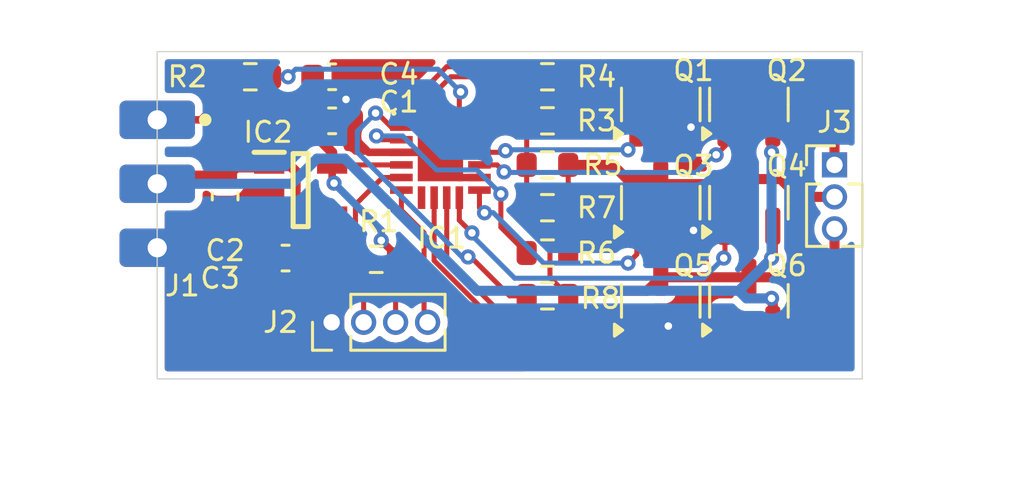
<source format=kicad_pcb>
(kicad_pcb (version 20240108) (generator "pcbnew") (generator_version "8.0")
  (layers (0 "F.Cu" signal) (31 "B.Cu" signal) (34 "B.Paste" user) (35 "F.Paste" user) (36 "B.SilkS" user "B.Silkscreen") (37 "F.SilkS" user "F.Silkscreen") (38 "B.Mask" user) (39 "F.Mask" user) (44 "Edge.Cuts" user))
  (net 0 "")
  (net 1 "GND")
  (net 2 "+3.3V")
  (net 3 "VDC")
  (net 4 "Net-(IC2-NR)")
  (net 6 "/MUX_A")
  (net 7 "/COM_B")
  (net 9 "/COM_C")
  (net 10 "/PWM_B")
  (net 11 "/MUX_B")
  (net 12 "/PWM_A")
  (net 14 "/PWM_C")
  (net 15 "/BL_TX2")
  (net 16 "/MUX_C")
  (net 17 "/COM_A")
  (net 18 "Net-(IC1-P0.5)")
  (net 19 "/C2CK")
  (net 20 "/COMP_COM")
  (net 21 "/C2D")
  (net 22 "/RC_IN")
  (net 23 "Net-(J3-Pin_2)")
  (net 24 "Net-(J3-Pin_1)")
  (net 25 "Net-(J3-Pin_3)")
  (footprint "Capacitor_SMD:C_0603_1608Metric" (layer "F.Cu") (at 120.25 98.5)
    (property "Reference" "C4" (at 2.65 -0.1 0) (layer "F.SilkS") (effects (font (size 0.8 0.8) (thickness 0.12))))
    (property "Value" "10uF")
    (fp_line (start -0.14058 -0.51) (end 0.14058 -0.51) (stroke (width 0.12)) (layer "F.SilkS"))
    (fp_line (start -0.14058 0.51) (end 0.14058 0.51) (stroke (width 0.12)) (layer "F.SilkS"))
    (pad "1" smd roundrect (at -0.775 0) (size 0.9 0.95) (layers "F.Cu" "F.Paste" "F.Mask") (net 2 "+3.3V"))
    (pad "2" smd roundrect (at 0.775 0) (size 0.9 0.95) (layers "F.Cu" "F.Paste" "F.Mask") (net 1 "GND"))
  )
  (footprint "footprint_blheli:HEADER_1x03_2.54mm_CASTELLATED" (layer "F.Cu") (at 113.3035 102.75)
    (property "Reference" "J1" (at 0.9965 4.05 0) (layer "F.SilkS") (effects (font (size 0.8 0.8) (thickness 0.12))))
    (property "Value" "Conn_01x03_Pin")
    (fp_circle (center 1.905 -2.54) (end 2.055 -2.54) (stroke (width 0.2)) (fill solid) (layer "F.SilkS"))
    (pad "1" thru_hole roundrect (at 0 -2.54) (size 3 1.524) (drill 0.762) (property pad_prop_castellated) (layers "*.Cu" "*.Mask") (roundrect_rratio 0.1640419948) (net 22 "/RC_IN"))
    (pad "2" thru_hole roundrect (at 0 0) (size 3 1.524) (drill 0.762) (layers "*.Cu" "*.Mask") (roundrect_rratio 0.1640419948) (net 3 "VDC"))
    (pad "3" thru_hole roundrect (at 0 2.54) (size 3 1.524) (drill 0.762) (layers "*.Cu" "*.Mask") (roundrect_rratio 0.1640419948) (net 1 "GND"))
  )
  (footprint "Package_TO_SOT_SMD:SOT-23" (layer "F.Cu") (at 136.8 107.4 90)
    (property "Reference" "Q6" (at 1.4 1.5 180) (layer "F.SilkS") (effects (font (size 0.8 0.8) (thickness 0.12))))
    (property "Value" "DMN2058U")
    (fp_line (start 0 -1.56) (end 0.65 -1.56) (stroke (width 0.12)) (layer "F.SilkS"))
    (fp_line (start 0 -1.56) (end -0.65 -1.56) (stroke (width 0.12)) (layer "F.SilkS"))
    (fp_line (start 0 1.56) (end 0.65 1.56) (stroke (width 0.12)) (layer "F.SilkS"))
    (fp_line (start 0 1.56) (end -0.65 1.56) (stroke (width 0.12)) (layer "F.SilkS"))
    (fp_poly (pts (xy -1.1625 -1.51) (xy -1.4025 -1.84) (xy -0.9225 -1.84) (xy -1.1625 -1.51)) (stroke (width 0.12)) (fill solid) (layer "F.SilkS"))
    (pad "1" smd roundrect (at -0.9375 -0.95 90) (size 1.475 0.6) (layers "F.Cu" "F.Paste" "F.Mask") (net 9 "/COM_C"))
    (pad "2" smd roundrect (at -0.9375 0.95 90) (size 1.475 0.6) (layers "F.Cu" "F.Paste" "F.Mask") (net 3 "VDC"))
    (pad "3" smd roundrect (at 0.9375 0 90) (size 1.475 0.6) (layers "F.Cu" "F.Paste" "F.Mask") (net 25 "Net-(J3-Pin_3)"))
  )
  (footprint "Resistor_SMD:R_0603_1608Metric" (layer "F.Cu") (at 128.8 105.5)
    (property "Reference" "R6" (at 1.95 0 0) (layer "F.SilkS") (effects (font (size 0.8 0.8) (thickness 0.12))))
    (property "Value" "10K")
    (fp_line (start -0.237258 -0.5225) (end 0.237258 -0.5225) (stroke (width 0.12)) (layer "F.SilkS"))
    (fp_line (start -0.237258 0.5225) (end 0.237258 0.5225) (stroke (width 0.12)) (layer "F.SilkS"))
    (pad "1" smd roundrect (at -0.825 0) (size 0.8 0.95) (layers "F.Cu" "F.Paste" "F.Mask") (net 11 "/MUX_B"))
    (pad "2" smd roundrect (at 0.825 0) (size 0.8 0.95) (layers "F.Cu" "F.Paste" "F.Mask") (net 23 "Net-(J3-Pin_2)"))
  )
  (footprint "Resistor_SMD:R_0603_1608Metric" (layer "F.Cu") (at 128.8 107.2)
    (property "Reference" "R8" (at 2.1 0.1 0) (layer "F.SilkS") (effects (font (size 0.8 0.8) (thickness 0.12))))
    (property "Value" "10K")
    (fp_line (start -0.237258 -0.5225) (end 0.237258 -0.5225) (stroke (width 0.12)) (layer "F.SilkS"))
    (fp_line (start -0.237258 0.5225) (end 0.237258 0.5225) (stroke (width 0.12)) (layer "F.SilkS"))
    (pad "1" smd roundrect (at -0.825 0) (size 0.8 0.95) (layers "F.Cu" "F.Paste" "F.Mask") (net 16 "/MUX_C"))
    (pad "2" smd roundrect (at 0.825 0) (size 0.8 0.95) (layers "F.Cu" "F.Paste" "F.Mask") (net 25 "Net-(J3-Pin_3)"))
  )
  (footprint "Capacitor_SMD:C_0603_1608Metric" (layer "F.Cu") (at 116 103.25 -90)
    (property "Reference" "C2" (at 2.15 0 180) (layer "F.SilkS") (effects (font (size 0.8 0.8) (thickness 0.12))))
    (property "Value" "10uF")
    (fp_line (start -0.14058 0.51) (end 0.14058 0.51) (stroke (width 0.12)) (layer "F.SilkS"))
    (fp_line (start -0.14058 -0.51) (end 0.14058 -0.51) (stroke (width 0.12)) (layer "F.SilkS"))
    (pad "1" smd roundrect (at -0.775 0 270) (size 0.9 0.95) (layers "F.Cu" "F.Paste" "F.Mask") (net 3 "VDC"))
    (pad "2" smd roundrect (at 0.775 0 270) (size 0.9 0.95) (layers "F.Cu" "F.Paste" "F.Mask") (net 1 "GND"))
  )
  (footprint "Capacitor_SMD:C_0603_1608Metric" (layer "F.Cu") (at 120.25 100.25)
    (property "Reference" "C1" (at 2.65 -0.75 0) (layer "F.SilkS") (effects (font (size 0.8 0.8) (thickness 0.12))))
    (property "Value" "100nF")
    (fp_line (start -0.14058 -0.51) (end 0.14058 -0.51) (stroke (width 0.12)) (layer "F.SilkS"))
    (fp_line (start -0.14058 0.51) (end 0.14058 0.51) (stroke (width 0.12)) (layer "F.SilkS"))
    (pad "1" smd roundrect (at -0.775 0) (size 0.9 0.95) (layers "F.Cu" "F.Paste" "F.Mask") (net 2 "+3.3V"))
    (pad "2" smd roundrect (at 0.775 0) (size 0.9 0.95) (layers "F.Cu" "F.Paste" "F.Mask") (net 1 "GND"))
  )
  (footprint "Capacitor_SMD:C_0603_1608Metric" (layer "F.Cu") (at 118.4 105.7 180)
    (property "Reference" "C3" (at 2.6 -0.8 0) (layer "F.SilkS") (effects (font (size 0.8 0.8) (thickness 0.12))))
    (property "Value" "10nF")
    (fp_line (start -0.14058 0.51) (end 0.14058 0.51) (stroke (width 0.12)) (layer "F.SilkS"))
    (fp_line (start -0.14058 -0.51) (end 0.14058 -0.51) (stroke (width 0.12)) (layer "F.SilkS"))
    (pad "1" smd roundrect (at -0.775 0 180) (size 0.9 0.95) (layers "F.Cu" "F.Paste" "F.Mask") (net 4 "Net-(IC2-NR)"))
    (pad "2" smd roundrect (at 0.775 0 180) (size 0.9 0.95) (layers "F.Cu" "F.Paste" "F.Mask") (net 1 "GND"))
  )
  (footprint "footprint_blheli:CP2102NA02GQFN20" (layer "F.Cu") (at 124.55 101.75)
    (property "Reference" "IC1" (at 0.05 3.15 0) (layer "F.SilkS") (effects (font (size 0.8 0.8) (thickness 0.12))))
    (property "Value" "EFM8BB21F16G-C-QFN20" (hide yes))
    (fp_line (start -1.9 -1.8) (end -1.9 -1.8) (stroke (width 0.1)) (layer "F.SilkS"))
    (fp_line (start -1.8 -1.8) (end -1.8 -1.8) (stroke (width 0.1)) (layer "F.SilkS"))
    (fp_arc (start -1.9 -1.8) (mid -1.85 -1.85) (end -1.8 -1.8) (stroke (width 0.1)) (layer "F.SilkS"))
    (fp_arc (start -1.8 -1.8) (mid -1.85 -1.75) (end -1.9 -1.8) (stroke (width 0.1)) (layer "F.SilkS"))
    (pad "1" smd rect (at -1.55 -1.25 90) (size 0.3 0.9) (layers "F.Cu" "F.Paste" "F.Mask") (net 16 "/MUX_C"))
    (pad "2" smd rect (at -1.55 -0.75 90) (size 0.3 0.9) (layers "F.Cu" "F.Paste" "F.Mask") (net 11 "/MUX_B"))
    (pad "3" smd rect (at -1.55 -0.25 90) (size 0.3 0.9) (layers "F.Cu" "F.Paste" "F.Mask") (net 1 "GND"))
    (pad "4" smd rect (at -1.55 0.25 90) (size 0.3 0.9) (layers "F.Cu" "F.Paste" "F.Mask") (net 2 "+3.3V"))
    (pad "5" smd rect (at -1.55 0.75 90) (size 0.3 0.9) (layers "F.Cu" "F.Paste" "F.Mask") (net 19 "/C2CK"))
    (pad "6" smd rect (at -1.55 1.25 90) (size 0.3 0.9) (layers "F.Cu" "F.Paste" "F.Mask") (net 21 "/C2D"))
    (pad "7" smd rect (at -0.75 1.55) (size 0.3 0.9) (layers "F.Cu" "F.Paste" "F.Mask"))
    (pad "8" smd rect (at -0.25 1.55) (size 0.3 0.9) (layers "F.Cu" "F.Paste" "F.Mask") (net 9 "/COM_C"))
    (pad "9" smd rect (at 0.25 1.55) (size 0.3 0.9) (layers "F.Cu" "F.Paste" "F.Mask") (net 14 "/PWM_C"))
    (pad "10" smd rect (at 0.75 1.55) (size 0.3 0.9) (layers "F.Cu" "F.Paste" "F.Mask") (net 7 "/COM_B"))
    (pad "11" smd rect (at 1.55 1.25 90) (size 0.3 0.9) (layers "F.Cu" "F.Paste" "F.Mask") (net 10 "/PWM_B"))
    (pad "12" smd rect (at 1.55 0.75 90) (size 0.3 0.9) (layers "F.Cu" "F.Paste" "F.Mask") (net 1 "GND"))
    (pad "13" smd rect (at 1.55 0.25 90) (size 0.3 0.9) (layers "F.Cu" "F.Paste" "F.Mask") (net 17 "/COM_A"))
    (pad "14" smd rect (at 1.55 -0.25 90) (size 0.3 0.9) (layers "F.Cu" "F.Paste" "F.Mask") (net 12 "/PWM_A"))
    (pad "15" smd rect (at 1.55 -0.75 90) (size 0.3 0.9) (layers "F.Cu" "F.Paste" "F.Mask"))
    (pad "16" smd rect (at 1.55 -1.25 90) (size 0.3 0.9) (layers "F.Cu" "F.Paste" "F.Mask"))
    (pad "17" smd rect (at 0.75 -1.55) (size 0.3 0.9) (layers "F.Cu" "F.Paste" "F.Mask") (net 18 "Net-(IC1-P0.5)"))
    (pad "18" smd rect (at 0.25 -1.55) (size 0.3 0.9) (layers "F.Cu" "F.Paste" "F.Mask") (net 15 "/BL_TX2"))
    (pad "19" smd rect (at -0.25 -1.55) (size 0.3 0.9) (layers "F.Cu" "F.Paste" "F.Mask") (net 20 "/COMP_COM"))
    (pad "20" smd rect (at -0.75 -1.55) (size 0.3 0.9) (layers "F.Cu" "F.Paste" "F.Mask") (net 6 "/MUX_A"))
    (pad "21" smd rect (at 0 0) (size 1.8 1.8) (layers "F.Cu" "F.Paste" "F.Mask") (net 1 "GND"))
  )
  (footprint "Resistor_SMD:R_0603_1608Metric" (layer "F.Cu") (at 128.8 100.25 180)
    (property "Reference" "R3" (at -1.95 0 0) (layer "F.SilkS") (effects (font (size 0.8 0.8) (thickness 0.12))))
    (property "Value" "1K")
    (fp_line (start -0.237258 0.5225) (end 0.237258 0.5225) (stroke (width 0.12)) (layer "F.SilkS"))
    (fp_line (start -0.237258 -0.5225) (end 0.237258 -0.5225) (stroke (width 0.12)) (layer "F.SilkS"))
    (pad "1" smd roundrect (at -0.825 0 180) (size 0.8 0.95) (layers "F.Cu" "F.Paste" "F.Mask") (net 24 "Net-(J3-Pin_1)"))
    (pad "2" smd roundrect (at 0.825 0 180) (size 0.8 0.95) (layers "F.Cu" "F.Paste" "F.Mask") (net 20 "/COMP_COM"))
  )
  (footprint "Resistor_SMD:R_0603_1608Metric" (layer "F.Cu") (at 128.8 102 180)
    (property "Reference" "R5" (at -2.2 0 0) (layer "F.SilkS") (effects (font (size 0.8 0.8) (thickness 0.12))))
    (property "Value" "1K")
    (fp_line (start -0.237258 0.5225) (end 0.237258 0.5225) (stroke (width 0.12)) (layer "F.SilkS"))
    (fp_line (start -0.237258 -0.5225) (end 0.237258 -0.5225) (stroke (width 0.12)) (layer "F.SilkS"))
    (pad "1" smd roundrect (at -0.825 0 180) (size 0.8 0.95) (layers "F.Cu" "F.Paste" "F.Mask") (net 23 "Net-(J3-Pin_2)"))
    (pad "2" smd roundrect (at 0.825 0 180) (size 0.8 0.95) (layers "F.Cu" "F.Paste" "F.Mask") (net 20 "/COMP_COM"))
  )
  (footprint "footprint_blheli:SOT95P280X145-5N" (layer "F.Cu") (at 119 103)
    (property "Reference" "IC2" (at -1.3 -2.3 0) (layer "F.SilkS") (effects (font (size 0.8 0.8) (thickness 0.12))))
    (property "Value" "REG113NA-3.3_250" (hide yes))
    (fp_line (start -1.85 -1.5) (end -0.65 -1.5) (stroke (width 0.2)) (layer "F.SilkS"))
    (fp_line (start -0.3 -1.45) (end 0.3 -1.45) (stroke (width 0.2)) (layer "F.SilkS"))
    (fp_line (start -0.3 1.45) (end -0.3 -1.45) (stroke (width 0.2)) (layer "F.SilkS"))
    (fp_line (start 0.3 -1.45) (end 0.3 1.45) (stroke (width 0.2)) (layer "F.SilkS"))
    (fp_line (start 0.3 1.45) (end -0.3 1.45) (stroke (width 0.2)) (layer "F.SilkS"))
    (pad "1" smd rect (at -1.25 -0.95 90) (size 0.6 1.2) (layers "F.Cu" "F.Paste" "F.Mask") (net 3 "VDC"))
    (pad "2" smd rect (at -1.25 0 90) (size 0.6 1.2) (layers "F.Cu" "F.Paste" "F.Mask") (net 1 "GND"))
    (pad "3" smd rect (at -1.25 0.95 90) (size 0.6 1.2) (layers "F.Cu" "F.Paste" "F.Mask") (net 3 "VDC"))
    (pad "4" smd rect (at 1.25 0.95 90) (size 0.6 1.2) (layers "F.Cu" "F.Paste" "F.Mask") (net 4 "Net-(IC2-NR)"))
    (pad "5" smd rect (at 1.25 -0.95 90) (size 0.6 1.2) (layers "F.Cu" "F.Paste" "F.Mask") (net 2 "+3.3V"))
  )
  (footprint "Resistor_SMD:R_0603_1608Metric" (layer "F.Cu") (at 128.8 103.7 180)
    (property "Reference" "R7" (at -1.95 0 0) (layer "F.SilkS") (effects (font (size 0.8 0.8) (thickness 0.12))))
    (property "Value" "1K")
    (fp_line (start -0.237258 0.5225) (end 0.237258 0.5225) (stroke (width 0.12)) (layer "F.SilkS"))
    (fp_line (start -0.237258 -0.5225) (end 0.237258 -0.5225) (stroke (width 0.12)) (layer "F.SilkS"))
    (pad "1" smd roundrect (at -0.825 0 180) (size 0.8 0.95) (layers "F.Cu" "F.Paste" "F.Mask") (net 25 "Net-(J3-Pin_3)"))
    (pad "2" smd roundrect (at 0.825 0 180) (size 0.8 0.95) (layers "F.Cu" "F.Paste" "F.Mask") (net 20 "/COMP_COM"))
  )
  (footprint "Connector_PinHeader_1.27mm:PinHeader_1x04_P1.27mm_Vertical" (layer "F.Cu") (at 120.23 108.25 90)
    (property "Reference" "J2" (at 0 -2.03 180) (layer "F.SilkS") (effects (font (size 0.8 0.8) (thickness 0.12))))
    (property "Value" "Conn_01x04_Pin")
    (fp_line (start -1.11 -0.76) (end 0 -0.76) (stroke (width 0.12)) (layer "F.SilkS"))
    (fp_line (start -1.11 0) (end -1.11 -0.76) (stroke (width 0.12)) (layer "F.SilkS"))
    (fp_line (start 1.11 0.76) (end 1.11 4.505) (stroke (width 0.12)) (layer "F.SilkS"))
    (fp_line (start 0.563471 0.76) (end 1.11 0.76) (stroke (width 0.12)) (layer "F.SilkS"))
    (fp_line (start -1.11 0.76) (end -0.563471 0.76) (stroke (width 0.12)) (layer "F.SilkS"))
    (fp_line (start -1.11 0.76) (end -1.11 4.505) (stroke (width 0.12)) (layer "F.SilkS"))
    (fp_line (start 0.30753 4.505) (end 1.11 4.505) (stroke (width 0.12)) (layer "F.SilkS"))
    (fp_line (start -1.11 4.505) (end -0.30753 4.505) (stroke (width 0.12)) (layer "F.SilkS"))
    (pad "1" thru_hole rect (at 0 0 90) (size 1 1) (drill 0.65) (layers "*.Cu" "*.Mask") (net 1 "GND"))
    (pad "2" thru_hole oval (at 0 1.27 90) (size 1 1) (drill 0.65) (layers "*.Cu" "*.Mask") (net 19 "/C2CK"))
    (pad "3" thru_hole oval (at 0 2.54 90) (size 1 1) (drill 0.65) (layers "*.Cu" "*.Mask") (net 2 "+3.3V"))
    (pad "4" thru_hole oval (at 0 3.81 90) (size 1 1) (drill 0.65) (layers "*.Cu" "*.Mask") (net 21 "/C2D"))
  )
  (footprint "Package_TO_SOT_SMD:SOT-23" (layer "F.Cu") (at 136.8 103.5 90)
    (property "Reference" "Q4" (at 1.45 1.5 180) (layer "F.SilkS") (effects (font (size 0.8 0.8) (thickness 0.12))))
    (property "Value" "DMN2058U")
    (fp_line (start 0 -1.56) (end 0.65 -1.56) (stroke (width 0.12)) (layer "F.SilkS"))
    (fp_line (start 0 -1.56) (end -0.65 -1.56) (stroke (width 0.12)) (layer "F.SilkS"))
    (fp_line (start 0 1.56) (end 0.65 1.56) (stroke (width 0.12)) (layer "F.SilkS"))
    (fp_line (start 0 1.56) (end -0.65 1.56) (stroke (width 0.12)) (layer "F.SilkS"))
    (fp_poly (pts (xy -1.1625 -1.51) (xy -1.4025 -1.84) (xy -0.9225 -1.84) (xy -1.1625 -1.51)) (stroke (width 0.12)) (fill solid) (layer "F.SilkS"))
    (pad "1" smd roundrect (at -0.9375 -0.95 90) (size 1.475 0.6) (layers "F.Cu" "F.Paste" "F.Mask") (net 7 "/COM_B"))
    (pad "2" smd roundrect (at -0.9375 0.95 90) (size 1.475 0.6) (layers "F.Cu" "F.Paste" "F.Mask") (net 3 "VDC"))
    (pad "3" smd roundrect (at 0.9375 0 90) (size 1.475 0.6) (layers "F.Cu" "F.Paste" "F.Mask") (net 23 "Net-(J3-Pin_2)"))
  )
  (footprint "Package_TO_SOT_SMD:SOT-23" (layer "F.Cu") (at 133.3 99.6 90)
    (property "Reference" "Q1" (at 1.35 1.3 180) (layer "F.SilkS") (effects (font (size 0.8 0.8) (thickness 0.12))))
    (property "Value" "DMN2058U")
    (fp_line (start 0 -1.56) (end 0.65 -1.56) (stroke (width 0.12)) (layer "F.SilkS"))
    (fp_line (start 0 -1.56) (end -0.65 -1.56) (stroke (width 0.12)) (layer "F.SilkS"))
    (fp_line (start 0 1.56) (end 0.65 1.56) (stroke (width 0.12)) (layer "F.SilkS"))
    (fp_line (start 0 1.56) (end -0.65 1.56) (stroke (width 0.12)) (layer "F.SilkS"))
    (fp_poly (pts (xy -1.1625 -1.51) (xy -1.4025 -1.84) (xy -0.9225 -1.84) (xy -1.1625 -1.51)) (stroke (width 0.12)) (fill solid) (layer "F.SilkS"))
    (pad "1" smd roundrect (at -0.9375 -0.95 90) (size 1.475 0.6) (layers "F.Cu" "F.Paste" "F.Mask") (net 12 "/PWM_A"))
    (pad "2" smd roundrect (at -0.9375 0.95 90) (size 1.475 0.6) (layers "F.Cu" "F.Paste" "F.Mask") (net 1 "GND"))
    (pad "3" smd roundrect (at 0.9375 0 90) (size 1.475 0.6) (layers "F.Cu" "F.Paste" "F.Mask") (net 24 "Net-(J3-Pin_1)"))
  )
  (footprint "Connector_PinHeader_1.27mm:PinHeader_1x03_P1.27mm_Vertical" (layer "F.Cu") (at 140.2 102)
    (property "Reference" "J3" (at 0 -1.695 0) (layer "F.SilkS") (effects (font (size 0.8 0.8) (thickness 0.12))))
    (property "Value" "Conn_01x03_Socket")
    (fp_line (start -1.11 -0.76) (end 0 -0.76) (stroke (width 0.12)) (layer "F.SilkS"))
    (fp_line (start -1.11 0) (end -1.11 -0.76) (stroke (width 0.12)) (layer "F.SilkS"))
    (fp_line (start -1.11 0.76) (end -1.11 3.235) (stroke (width 0.12)) (layer "F.SilkS"))
    (fp_line (start -1.11 0.76) (end -0.563471 0.76) (stroke (width 0.12)) (layer "F.SilkS"))
    (fp_line (start -1.11 3.235) (end -0.30753 3.235) (stroke (width 0.12)) (layer "F.SilkS"))
    (fp_line (start 0.30753 3.235) (end 1.11 3.235) (stroke (width 0.12)) (layer "F.SilkS"))
    (fp_line (start 0.563471 0.76) (end 1.11 0.76) (stroke (width 0.12)) (layer "F.SilkS"))
    (fp_line (start 1.11 0.76) (end 1.11 3.235) (stroke (width 0.12)) (layer "F.SilkS"))
    (pad "1" thru_hole rect (at 0 0) (size 1 1) (drill 0.65) (layers "*.Cu" "*.Mask") (net 24 "Net-(J3-Pin_1)"))
    (pad "2" thru_hole oval (at 0 1.27) (size 1 1) (drill 0.65) (layers "*.Cu" "*.Mask") (net 23 "Net-(J3-Pin_2)"))
    (pad "3" thru_hole oval (at 0 2.54) (size 1 1) (drill 0.65) (layers "*.Cu" "*.Mask") (net 25 "Net-(J3-Pin_3)"))
  )
  (footprint "Package_TO_SOT_SMD:SOT-23" (layer "F.Cu") (at 133.3 103.5 90)
    (property "Reference" "Q3" (at 1.45 1.3 180) (layer "F.SilkS") (effects (font (size 0.8 0.8) (thickness 0.12))))
    (property "Value" "DMN2058U")
    (fp_line (start 0 -1.56) (end 0.65 -1.56) (stroke (width 0.12)) (layer "F.SilkS"))
    (fp_line (start 0 -1.56) (end -0.65 -1.56) (stroke (width 0.12)) (layer "F.SilkS"))
    (fp_line (start 0 1.56) (end 0.65 1.56) (stroke (width 0.12)) (layer "F.SilkS"))
    (fp_line (start 0 1.56) (end -0.65 1.56) (stroke (width 0.12)) (layer "F.SilkS"))
    (fp_poly (pts (xy -1.1625 -1.51) (xy -1.4025 -1.84) (xy -0.9225 -1.84) (xy -1.1625 -1.51)) (stroke (width 0.12)) (fill solid) (layer "F.SilkS"))
    (pad "1" smd roundrect (at -0.9375 -0.95 90) (size 1.475 0.6) (layers "F.Cu" "F.Paste" "F.Mask") (net 10 "/PWM_B"))
    (pad "2" smd roundrect (at -0.9375 0.95 90) (size 1.475 0.6) (layers "F.Cu" "F.Paste" "F.Mask") (net 1 "GND"))
    (pad "3" smd roundrect (at 0.9375 0 90) (size 1.475 0.6) (layers "F.Cu" "F.Paste" "F.Mask") (net 23 "Net-(J3-Pin_2)"))
  )
  (footprint "Resistor_SMD:R_0603_1608Metric" (layer "F.Cu") (at 128.8 98.5)
    (property "Reference" "R4" (at 1.95 0 0) (layer "F.SilkS") (effects (font (size 0.8 0.8) (thickness 0.12))))
    (property "Value" "10K")
    (fp_line (start -0.237258 -0.5225) (end 0.237258 -0.5225) (stroke (width 0.12)) (layer "F.SilkS"))
    (fp_line (start -0.237258 0.5225) (end 0.237258 0.5225) (stroke (width 0.12)) (layer "F.SilkS"))
    (pad "1" smd roundrect (at -0.825 0) (size 0.8 0.95) (layers "F.Cu" "F.Paste" "F.Mask") (net 6 "/MUX_A"))
    (pad "2" smd roundrect (at 0.825 0) (size 0.8 0.95) (layers "F.Cu" "F.Paste" "F.Mask") (net 24 "Net-(J3-Pin_1)"))
  )
  (footprint "Resistor_SMD:R_0603_1608Metric" (layer "F.Cu") (at 117 98.5 180)
    (property "Reference" "R2" (at 2.5 0 0) (layer "F.SilkS") (effects (font (size 0.8 0.8) (thickness 0.12))))
    (property "Value" "470R")
    (fp_line (start -0.237258 0.5225) (end 0.237258 0.5225) (stroke (width 0.12)) (layer "F.SilkS"))
    (fp_line (start -0.237258 -0.5225) (end 0.237258 -0.5225) (stroke (width 0.12)) (layer "F.SilkS"))
    (pad "1" smd roundrect (at -0.825 0 180) (size 0.8 0.95) (layers "F.Cu" "F.Paste" "F.Mask") (net 18 "Net-(IC1-P0.5)"))
    (pad "2" smd roundrect (at 0.825 0 180) (size 0.8 0.95) (layers "F.Cu" "F.Paste" "F.Mask") (net 22 "/RC_IN"))
  )
  (footprint "Package_TO_SOT_SMD:SOT-23" (layer "F.Cu") (at 133.3 107.4 90)
    (property "Reference" "Q5" (at 1.4 1.3 180) (layer "F.SilkS") (effects (font (size 0.8 0.8) (thickness 0.12))))
    (property "Value" "DMN2058U")
    (fp_line (start 0 -1.56) (end 0.65 -1.56) (stroke (width 0.12)) (layer "F.SilkS"))
    (fp_line (start 0 -1.56) (end -0.65 -1.56) (stroke (width 0.12)) (layer "F.SilkS"))
    (fp_line (start 0 1.56) (end 0.65 1.56) (stroke (width 0.12)) (layer "F.SilkS"))
    (fp_line (start 0 1.56) (end -0.65 1.56) (stroke (width 0.12)) (layer "F.SilkS"))
    (fp_poly (pts (xy -1.1625 -1.51) (xy -1.4025 -1.84) (xy -0.9225 -1.84) (xy -1.1625 -1.51)) (stroke (width 0.12)) (fill solid) (layer "F.SilkS"))
    (pad "1" smd roundrect (at -0.9375 -0.95 90) (size 1.475 0.6) (layers "F.Cu" "F.Paste" "F.Mask") (net 14 "/PWM_C"))
    (pad "2" smd roundrect (at -0.9375 0.95 90) (size 1.475 0.6) (layers "F.Cu" "F.Paste" "F.Mask") (net 1 "GND"))
    (pad "3" smd roundrect (at 0.9375 0 90) (size 1.475 0.6) (layers "F.Cu" "F.Paste" "F.Mask") (net 25 "Net-(J3-Pin_3)"))
  )
  (footprint "Package_TO_SOT_SMD:SOT-23" (layer "F.Cu") (at 136.8 99.6 90)
    (property "Reference" "Q2" (at 1.35 1.5 180) (layer "F.SilkS") (effects (font (size 0.8 0.8) (thickness 0.12))))
    (property "Value" "DMN2058U")
    (fp_line (start 0 -1.56) (end 0.65 -1.56) (stroke (width 0.12)) (layer "F.SilkS"))
    (fp_line (start 0 -1.56) (end -0.65 -1.56) (stroke (width 0.12)) (layer "F.SilkS"))
    (fp_line (start 0 1.56) (end 0.65 1.56) (stroke (width 0.12)) (layer "F.SilkS"))
    (fp_line (start 0 1.56) (end -0.65 1.56) (stroke (width 0.12)) (layer "F.SilkS"))
    (fp_poly (pts (xy -1.1625 -1.51) (xy -1.4025 -1.84) (xy -0.9225 -1.84) (xy -1.1625 -1.51)) (stroke (width 0.12)) (fill solid) (layer "F.SilkS"))
    (pad "1" smd roundrect (at -0.9375 -0.95 90) (size 1.475 0.6) (layers "F.Cu" "F.Paste" "F.Mask") (net 17 "/COM_A"))
    (pad "2" smd roundrect (at -0.9375 0.95 90) (size 1.475 0.6) (layers "F.Cu" "F.Paste" "F.Mask") (net 3 "VDC"))
    (pad "3" smd roundrect (at 0.9375 0 90) (size 1.475 0.6) (layers "F.Cu" "F.Paste" "F.Mask") (net 24 "Net-(J3-Pin_1)"))
  )
  (footprint "Resistor_SMD:R_0603_1608Metric" (layer "F.Cu") (at 122 105.75 180)
    (property "Reference" "R1" (at -0.1 1.5 0) (layer "F.SilkS") (effects (font (size 0.8 0.8) (thickness 0.12))))
    (property "Value" "1K")
    (fp_line (start -0.237258 0.5225) (end 0.237258 0.5225) (stroke (width 0.12)) (layer "F.SilkS"))
    (fp_line (start -0.237258 -0.5225) (end 0.237258 -0.5225) (stroke (width 0.12)) (layer "F.SilkS"))
    (pad "1" smd roundrect (at -0.825 0 180) (size 0.8 0.95) (layers "F.Cu" "F.Paste" "F.Mask") (net 2 "+3.3V"))
    (pad "2" smd roundrect (at 0.825 0 180) (size 0.8 0.95) (layers "F.Cu" "F.Paste" "F.Mask") (net 19 "/C2CK"))
  )
  (gr_line (start 141.3 110.5) (end 113.3 110.5) (stroke (width 0.05)) (layer "Edge.Cuts"))
  (gr_line (start 113.3 110.5) (end 113.3 97.5) (stroke (width 0.05)) (layer "Edge.Cuts"))
  (gr_line (start 113.3 97.5) (end 141.3 97.5) (stroke (width 0.05)) (layer "Edge.Cuts"))
  (gr_line (start 141.3 97.5) (end 141.3 110.5) (stroke (width 0.05)) (layer "Edge.Cuts"))
  (segment (start 133.6 108.4) (end 134.1875 108.4) (width 0.3) (layer "F.Cu") (net 1))
  (segment (start 125.3 102.5) (end 124.55 101.75) (width 0.3) (layer "F.Cu") (net 1))
  (segment (start 121.025 99.625) (end 120.8 99.4) (width 0.3) (layer "F.Cu") (net 1))
  (segment (start 134.2875 100.5) (end 134.5 100.5) (width 0.4) (layer "F.Cu") (net 1))
  (segment (start 121.025 100.25) (end 121.025 99.625) (width 0.3) (layer "F.Cu") (net 1))
  (segment (start 121.025 100.825) (end 121.025 100.25) (width 0.3) (layer "F.Cu") (net 1))
  (segment (start 123 101.5) (end 124.3 101.5) (width 0.3) (layer "F.Cu") (net 1))
  (segment (start 124.3 101.5) (end 124.55 101.75) (width 0.3) (layer "F.Cu") (net 1))
  (segment (start 121.7 101.5) (end 121.025 100.825) (width 0.3) (layer "F.Cu") (net 1))
  (segment (start 126.1 102.5) (end 125.3 102.5) (width 0.3) (layer "F.Cu") (net 1))
  (segment (start 134.4125 104.6) (end 134.6 104.6) (width 0.3) (layer "F.Cu") (net 1))
  (segment (start 134.25 100.5375) (end 134.2875 100.5) (width 0.4) (layer "F.Cu") (net 1))
  (segment (start 134.1875 108.4) (end 134.25 108.3375) (width 0.3) (layer "F.Cu") (net 1))
  (segment (start 123 101.5) (end 121.7 101.5) (width 0.3) (layer "F.Cu") (net 1))
  (segment (start 134.25 104.4375) (end 134.4125 104.6) (width 0.3) (layer "F.Cu") (net 1))
  (via (at 120.8 99.4) (size 0.6) (drill 0.3) (layers "F.Cu" "B.Cu") (net 1))
  (via (at 134.5 100.5) (size 0.6) (drill 0.3) (layers "F.Cu" "B.Cu") (net 1))
  (via (at 133.6 108.4) (size 0.6) (drill 0.3) (layers "F.Cu" "B.Cu") (net 1))
  (via (at 134.6 104.6) (size 0.6) (drill 0.3) (layers "F.Cu" "B.Cu") (net 1))
  (segment (start 120.25 102.65) (end 120.25 102.05) (width 0.3) (layer "F.Cu") (net 2))
  (segment (start 123 102) (end 120.3 102) (width 0.2) (layer "F.Cu") (net 2))
  (segment (start 122.2 105) (end 122.825 105.625) (width 0.3) (layer "F.Cu") (net 2))
  (segment (start 122.825 106.965) (end 122.825 105.75) (width 0.2) (layer "F.Cu") (net 2))
  (segment (start 122.825 105.625) (end 122.825 105.75) (width 0.3) (layer "F.Cu") (net 2))
  (segment (start 120.25 101.5) (end 120.25 102.05) (width 0.4) (layer "F.Cu") (net 2))
  (segment (start 120.3 102) (end 120.25 102.05) (width 0.2) (layer "F.Cu") (net 2))
  (segment (start 122.77 107.02) (end 122.825 106.965) (width 0.2) (layer "F.Cu") (net 2))
  (segment (start 119.475 100.725) (end 120.25 101.5) (width 0.4) (layer "F.Cu") (net 2))
  (segment (start 120.325 102.725) (end 120.25 102.65) (width 0.3) (layer "F.Cu") (net 2))
  (segment (start 119.475 98.5) (end 119.475 100.725) (width 0.4) (layer "F.Cu") (net 2))
  (segment (start 122.77 108.25) (end 122.77 107.02) (width 0.2) (layer "F.Cu") (net 2))
  (via (at 122.2 105) (size 0.6) (drill 0.3) (layers "F.Cu" "B.Cu") (net 2))
  (via (at 120.325 102.725) (size 0.6) (drill 0.3) (layers "F.Cu" "B.Cu") (net 2))
  (segment (start 120.325 102.725) (end 122.2 104.6) (width 0.3) (layer "B.Cu") (net 2))
  (segment (start 122.2 104.6) (end 122.2 105) (width 0.3) (layer "B.Cu") (net 2))
  (segment (start 117.75 102.05) (end 118.6 102.05) (width 0.4) (layer "F.Cu") (net 3))
  (segment (start 118.6 103.95) (end 117.75 103.95) (width 0.4) (layer "F.Cu") (net 3))
  (segment (start 137.7 107.3) (end 137.75 107.35) (width 0.4) (layer "F.Cu") (net 3))
  (segment (start 114.075 102.475) (end 113.8 102.75) (width 0.5) (layer "F.Cu") (net 3))
  (segment (start 118.8 103.75) (end 118.6 103.95) (width 0.4) (layer "F.Cu") (net 3))
  (segment (start 137.7 101.5) (end 137.7 100.5875) (width 0.4) (layer "F.Cu") (net 3))
  (segment (start 137.75 107.35) (end 137.75 108.3375) (width 0.4) (layer "F.Cu") (net 3))
  (segment (start 137.7 100.5875) (end 137.75 100.5375) (width 0.4) (layer "F.Cu") (net 3))
  (segment (start 118.8 102.25) (end 118.8 103.75) (width 0.4) (layer "F.Cu") (net 3))
  (segment (start 137.75 105.65) (end 137.75 104.4375) (width 0.4) (layer "F.Cu") (net 3))
  (segment (start 116 102.475) (end 114.075 102.475) (width 0.5) (layer "F.Cu") (net 3))
  (segment (start 137.7 105.7) (end 137.75 105.65) (width 0.4) (layer "F.Cu") (net 3))
  (segment (start 116.425 102.05) (end 117.75 102.05) (width 0.5) (layer "F.Cu") (net 3))
  (segment (start 116 102.475) (end 116.425 102.05) (width 0.5) (layer "F.Cu") (net 3))
  (segment (start 118.6 102.05) (end 118.8 102.25) (width 0.4) (layer "F.Cu") (net 3))
  (via (at 137.7 101.5) (size 0.6) (drill 0.3) (layers "F.Cu" "B.Cu") (net 3))
  (via (at 137.7 105.7) (size 0.6) (drill 0.3) (layers "F.Cu" "B.Cu") (net 3))
  (via (at 137.7 107.3) (size 0.6) (drill 0.3) (layers "F.Cu" "B.Cu") (net 3))
  (segment (start 136.4 107) (end 135.9 107) (width 0.4) (layer "B.Cu") (net 3))
  (segment (start 118.65 102.75) (end 113.75 102.75) (width 0.4) (layer "B.Cu") (net 3))
  (segment (start 136.7 107.3) (end 136.4 107) (width 0.4) (layer "B.Cu") (net 3))
  (segment (start 113.75 102.725) (end 113.725 102.75) (width 0.4) (layer "B.Cu") (net 3))
  (segment (start 119.65 101.75) (end 118.65 102.75) (width 0.4) (layer "B.Cu") (net 3))
  (segment (start 137.7 107.3) (end 136.7 107.3) (width 0.4) (layer "B.Cu") (net 3))
  (segment (start 113.725 102.75) (end 113.3035 102.75) (width 0.4) (layer "B.Cu") (net 3))
  (segment (start 137.7 105.7) (end 136.4 107) (width 0.4) (layer "B.Cu") (net 3))
  (segment (start 126 107) (end 120.75 101.75) (width 0.4) (layer "B.Cu") (net 3))
  (segment (start 137.7 105.7) (end 137.7 101.5) (width 0.4) (layer "B.Cu") (net 3))
  (segment (start 135.9 107) (end 126 107) (width 0.4) (layer "B.Cu") (net 3))
  (segment (start 120.75 101.75) (end 119.65 101.75) (width 0.4) (layer "B.Cu") (net 3))
  (segment (start 119.175 105.7) (end 119.175 104.425) (width 0.4) (layer "F.Cu") (net 4))
  (segment (start 119.175 104.425) (end 119.65 103.95) (width 0.4) (layer "F.Cu") (net 4))
  (segment (start 119.65 103.95) (end 120.25 103.95) (width 0.4) (layer "F.Cu") (net 4))
  (segment (start 123.8 99.1) (end 123.8 100.2) (width 0.2) (layer "F.Cu") (net 6))
  (segment (start 127.975 98.5) (end 127.2 98.5) (width 0.2) (layer "F.Cu") (net 6))
  (segment (start 127.2 98.5) (end 126.8 98.1) (width 0.2) (layer "F.Cu") (net 6))
  (segment (start 124.8 98.1) (end 123.8 99.1) (width 0.2) (layer "F.Cu") (net 6))
  (segment (start 126.8 98.1) (end 124.8 98.1) (width 0.2) (layer "F.Cu") (net 6))
  (segment (start 135.8 105.7) (end 135.85 105.65) (width 0.2) (layer "F.Cu") (net 7))
  (segment (start 135.85 105.65) (end 135.85 104.4375) (width 0.2) (layer "F.Cu") (net 7))
  (segment (start 125.8 104.7) (end 125.3 104.2) (width 0.2) (layer "F.Cu") (net 7))
  (segment (start 125.3 104.2) (end 125.3 103.3) (width 0.2) (layer "F.Cu") (net 7))
  (via (at 135.8 105.7) (size 0.6) (drill 0.3) (layers "F.Cu" "B.Cu") (net 7))
  (via (at 125.8 104.7) (size 0.6) (drill 0.3) (layers "F.Cu" "B.Cu") (net 7))
  (segment (start 125.8 104.8) (end 127.5 106.5) (width 0.2) (layer "B.Cu") (net 7))
  (segment (start 125.8 104.7) (end 125.8 104.8) (width 0.2) (layer "B.Cu") (net 7))
  (segment (start 135 106.5) (end 135.8 105.7) (width 0.2) (layer "B.Cu") (net 7))
  (segment (start 127.5 106.5) (end 135 106.5) (width 0.2) (layer "B.Cu") (net 7))
  (segment (start 128.4 109.9) (end 124.3 105.8) (width 0.2) (layer "F.Cu") (net 9))
  (segment (start 135.1 109.9) (end 128.4 109.9) (width 0.2) (layer "F.Cu") (net 9))
  (segment (start 124.3 105.8) (end 124.3 103.3) (width 0.2) (layer "F.Cu") (net 9))
  (segment (start 135.85 109.15) (end 135.1 109.9) (width 0.2) (layer "F.Cu") (net 9))
  (segment (start 135.85 108.3375) (end 135.85 109.15) (width 0.2) (layer "F.Cu") (net 9))
  (segment (start 126.3 103.9) (end 126.1 103.7) (width 0.2) (layer "F.Cu") (net 10))
  (segment (start 132.35 105.55) (end 132.35 104.4375) (width 0.2) (layer "F.Cu") (net 10))
  (segment (start 126.1 103.7) (end 126.1 103) (width 0.2) (layer "F.Cu") (net 10))
  (segment (start 132 105.9) (end 132.35 105.55) (width 0.2) (layer "F.Cu") (net 10))
  (via (at 126.3 103.9) (size 0.6) (drill 0.3) (layers "F.Cu" "B.Cu") (net 10))
  (via (at 132 105.9) (size 0.6) (drill 0.3) (layers "F.Cu" "B.Cu") (net 10))
  (segment (start 126.3 103.9) (end 126.65 103.9) (width 0.2) (layer "B.Cu") (net 10))
  (segment (start 126.65 103.9) (end 128.65 105.9) (width 0.2) (layer "B.Cu") (net 10))
  (segment (start 128.65 105.9) (end 132 105.9) (width 0.2) (layer "B.Cu") (net 10))
  (segment (start 122.00962 100.85) (end 122.15962 101) (width 0.2) (layer "F.Cu") (net 11))
  (segment (start 126.95 104.475) (end 127.975 105.5) (width 0.2) (layer "F.Cu") (net 11))
  (segment (start 126.95 103.15) (end 126.95 104.475) (width 0.2) (layer "F.Cu") (net 11))
  (segment (start 122.15962 101) (end 123 101) (width 0.2) (layer "F.Cu") (net 11))
  (via (at 122.00962 100.85) (size 0.6) (drill 0.3) (layers "F.Cu" "B.Cu") (net 11))
  (via (at 126.95 103.15) (size 0.6) (drill 0.3) (layers "F.Cu" "B.Cu") (net 11))
  (segment (start 124.4 102.2) (end 126 102.2) (width 0.2) (layer "B.Cu") (net 11))
  (segment (start 123.05 100.85) (end 124.4 102.2) (width 0.2) (layer "B.Cu") (net 11))
  (segment (start 126 102.2) (end 126.95 103.15) (width 0.2) (layer "B.Cu") (net 11))
  (segment (start 122.00962 100.85) (end 123.05 100.85) (width 0.2) (layer "B.Cu") (net 11))
  (segment (start 132 101.4) (end 132.35 101.05) (width 0.2) (layer "F.Cu") (net 12))
  (segment (start 132.35 101.05) (end 132.35 100.5375) (width 0.2) (layer "F.Cu") (net 12))
  (segment (start 127.068605 101.5) (end 126.1 101.5) (width 0.2) (layer "F.Cu") (net 12))
  (segment (start 127.133889 101.434716) (end 127.068605 101.5) (width 0.2) (layer "F.Cu") (net 12))
  (via (at 132 101.4) (size 0.6) (drill 0.3) (layers "F.Cu" "B.Cu") (net 12))
  (via (at 127.133889 101.434716) (size 0.6) (drill 0.3) (layers "F.Cu" "B.Cu") (net 12))
  (segment (start 127.168605 101.4) (end 132 101.4) (width 0.2) (layer "B.Cu") (net 12))
  (segment (start 127.133889 101.434716) (end 127.168605 101.4) (width 0.2) (layer "B.Cu") (net 12))
  (segment (start 127.365686 108.3) (end 124.8 105.734314) (width 0.2) (layer "F.Cu") (net 14))
  (segment (start 132.3125 108.3) (end 127.365686 108.3) (width 0.2) (layer "F.Cu") (net 14))
  (segment (start 132.35 108.3375) (end 132.3125 108.3) (width 0.2) (layer "F.Cu") (net 14))
  (segment (start 124.8 105.734314) (end 124.8 103.3) (width 0.2) (layer "F.Cu") (net 14))
  (segment (start 122.6 100.5) (end 123 100.5) (width 0.2) (layer "F.Cu") (net 16))
  (segment (start 122.042956 99.942956) (end 122.6 100.5) (width 0.2) (layer "F.Cu") (net 16))
  (segment (start 121.973782 99.942956) (end 122.042956 99.942956) (width 0.2) (layer "F.Cu") (net 16))
  (segment (start 125.644975 105.655025) (end 125.755025 105.655025) (width 0.2) (layer "F.Cu") (net 16))
  (segment (start 127.3 107.2) (end 127.975 107.2) (width 0.2) (layer "F.Cu") (net 16))
  (segment (start 125.755025 105.655025) (end 127.3 107.2) (width 0.2) (layer "F.Cu") (net 16))
  (via (at 125.644975 105.655025) (size 0.6) (drill 0.3) (layers "F.Cu" "B.Cu") (net 16))
  (via (at 121.973782 99.942956) (size 0.6) (drill 0.3) (layers "F.Cu" "B.Cu") (net 16))
  (segment (start 125.405025 105.655025) (end 125.644975 105.655025) (width 0.2) (layer "B.Cu") (net 16))
  (segment (start 121.973782 99.942956) (end 121.25 100.666738) (width 0.2) (layer "B.Cu") (net 16))
  (segment (start 121.25 100.666738) (end 121.25 101.5) (width 0.2) (layer "B.Cu") (net 16))
  (segment (start 121.25 101.5) (end 125.405025 105.655025) (width 0.2) (layer "B.Cu") (net 16))
  (segment (start 127.075 102.276572) (end 126.798428 102) (width 0.2) (layer "F.Cu") (net 17))
  (segment (start 126.798428 102) (end 126.1 102) (width 0.2) (layer "F.Cu") (net 17))
  (segment (start 135.5 101.6) (end 135.85 101.25) (width 0.2) (layer "F.Cu") (net 17))
  (segment (start 135.85 101.25) (end 135.85 100.5375) (width 0.2) (layer "F.Cu") (net 17))
  (via (at 127.075 102.276572) (size 0.6) (drill 0.3) (layers "F.Cu" "B.Cu") (net 17))
  (via (at 135.5 101.6) (size 0.6) (drill 0.3) (layers "F.Cu" "B.Cu") (net 17))
  (segment (start 134.7 102.3) (end 135.4 101.6) (width 0.2) (layer "B.Cu") (net 17))
  (segment (start 127.075 102.276572) (end 127.098428 102.3) (width 0.2) (layer "B.Cu") (net 17))
  (segment (start 135.4 101.6) (end 135.5 101.6) (width 0.2) (layer "B.Cu") (net 17))
  (segment (start 127.098428 102.3) (end 134.7 102.3) (width 0.2) (layer "B.Cu") (net 17))
  (segment (start 125.35 99.1) (end 125.3 99.15) (width 0.2) (layer "F.Cu") (net 18))
  (segment (start 125.3 99.15) (end 125.3 100.2) (width 0.2) (layer "F.Cu") (net 18))
  (segment (start 117.825 98.5) (end 118.5 98.5) (width 0.2) (layer "F.Cu") (net 18))
  (via (at 118.5 98.5) (size 0.6) (drill 0.3) (layers "F.Cu" "B.Cu") (net 18))
  (via (at 125.35 99.1) (size 0.6) (drill 0.3) (layers "F.Cu" "B.Cu") (net 18))
  (segment (start 124.45 98.2) (end 125.35 99.1) (width 0.2) (layer "B.Cu") (net 18))
  (segment (start 118.8 98.2) (end 124.45 98.2) (width 0.2) (layer "B.Cu") (net 18))
  (segment (start 118.5 98.5) (end 118.8 98.2) (width 0.2) (layer "B.Cu") (net 18))
  (segment (start 122.25 102.5) (end 123 102.5) (width 0.2) (layer "F.Cu") (net 19))
  (segment (start 121.175 103.575) (end 122.25 102.5) (width 0.2) (layer "F.Cu") (net 19))
  (segment (start 121.5 108.25) (end 121.5 107) (width 0.2) (layer "F.Cu") (net 19))
  (segment (start 121.175 106.675) (end 121.175 105.75) (width 0.2) (layer "F.Cu") (net 19))
  (segment (start 121.175 105.75) (end 121.175 103.575) (width 0.2) (layer "F.Cu") (net 19))
  (segment (start 121.5 107) (end 121.175 106.675) (width 0.2) (layer "F.Cu") (net 19))
  (segment (start 124.3 99.165686) (end 124.965686 98.5) (width 0.2) (layer "F.Cu") (net 20))
  (segment (start 127.975 103.7) (end 127.975 102) (width 0.2) (layer "F.Cu") (net 20))
  (segment (start 127.975 102) (end 127.975 100.25) (width 0.2) (layer "F.Cu") (net 20))
  (segment (start 124.3 100.2) (end 124.3 99.165686) (width 0.2) (layer "F.Cu") (net 20))
  (segment (start 124.965686 98.5) (end 126.225 98.5) (width 0.2) (layer "F.Cu") (net 20))
  (segment (start 126.225 98.5) (end 127.975 100.25) (width 0.2) (layer "F.Cu") (net 20))
  (segment (start 123 103) (end 123 103.8) (width 0.2) (layer "F.Cu") (net 21))
  (segment (start 123 103.8) (end 123.9 104.7) (width 0.2) (layer "F.Cu") (net 21))
  (segment (start 123.9 104.7) (end 123.9 108.11) (width 0.2) (layer "F.Cu") (net 21))
  (segment (start 123.9 108.11) (end 124.04 108.25) (width 0.2) (layer "F.Cu") (net 21))
  (segment (start 116.175 98.5) (end 116.175 99.075) (width 0.3) (layer "F.Cu") (net 22))
  (segment (start 115.04 100.21) (end 113.9385 100.21) (width 0.3) (layer "F.Cu") (net 22))
  (segment (start 116.175 99.075) (end 115.04 100.21) (width 0.3) (layer "F.Cu") (net 22))
  (segment (start 133.3 102.5625) (end 131.9625 102.5625) (width 0.4) (layer "F.Cu") (net 23))
  (segment (start 129.625 105.5) (end 130.4 104.725) (width 0.2) (layer "F.Cu") (net 23))
  (segment (start 136.8 102.5625) (end 138.0625 102.5625) (width 0.4) (layer "F.Cu") (net 23))
  (segment (start 129.625 102.725) (end 129.625 102) (width 0.2) (layer "F.Cu") (net 23))
  (segment (start 133.5 102.7625) (end 136.6 102.7625) (width 0.4) (layer "F.Cu") (net 23))
  (segment (start 129.825 102.925) (end 129.625 102.725) (width 0.2) (layer "F.Cu") (net 23))
  (segment (start 136.6 102.7625) (end 136.8 102.5625) (width 0.4) (layer "F.Cu") (net 23))
  (segment (start 131.9625 102.5625) (end 131.4 102) (width 0.4) (layer "F.Cu") (net 23))
  (segment (start 130.4 104.725) (end 130.4 103.1) (width 0.2) (layer "F.Cu") (net 23))
  (segment (start 130.4 103.1) (end 130.225 102.925) (width 0.2) (layer "F.Cu") (net 23))
  (segment (start 130.225 102.925) (end 129.825 102.925) (width 0.2) (layer "F.Cu") (net 23))
  (segment (start 138.77 103.27) (end 140.2 103.27) (width 0.4) (layer "F.Cu") (net 23))
  (segment (start 133.3 102.5625) (end 133.5 102.7625) (width 0.4) (layer "F.Cu") (net 23))
  (segment (start 131.4 102) (end 129.625 102) (width 0.4) (layer "F.Cu") (net 23))
  (segment (start 138.0625 102.5625) (end 138.77 103.27) (width 0.4) (layer "F.Cu") (net 23))
  (segment (start 137.6625 98.6625) (end 140.2 101.2) (width 0.4) (layer "F.Cu") (net 24))
  (segment (start 136.8 98.6625) (end 137.6625 98.6625) (width 0.4) (layer "F.Cu") (net 24))
  (segment (start 133.3 98.6625) (end 136.8 98.6625) (width 0.4) (layer "F.Cu") (net 24))
  (segment (start 140.2 101.2) (end 140.2 102) (width 0.4) (layer "F.Cu") (net 24))
  (segment (start 133.1375 98.5) (end 133.3 98.6625) (width 0.4) (layer "F.Cu") (net 24))
  (segment (start 129.625 98.5) (end 133.1375 98.5) (width 0.4) (layer "F.Cu") (net 24))
  (segment (start 129.625 100.25) (end 129.625 98.5) (width 0.2) (layer "F.Cu") (net 24))
  (segment (start 128.9 106.475) (end 129.625 107.2) (width 0.2) (layer "F.Cu") (net 25))
  (segment (start 133.3 106.4625) (end 136.8 106.4625) (width 0.4) (layer "F.Cu") (net 25))
  (segment (start 129.825 107) (end 129.625 107.2) (width 0.4) (layer "F.Cu") (net 25))
  (segment (start 129.75 107.325) (end 129.625 107.2) (width 0.2) (layer "F.Cu") (net 25))
  (segment (start 139.2375 106.4625) (end 140.2 105.5) (width 0.4) (layer "F.Cu") (net 25))
  (segment (start 132.7625 107) (end 129.825 107) (width 0.4) (layer "F.Cu") (net 25))
  (segment (start 136.8 106.4625) (end 139.2375 106.4625) (width 0.4) (layer "F.Cu") (net 25))
  (segment (start 129.625 103.7) (end 128.9 104.425) (width 0.2) (layer "F.Cu") (net 25))
  (segment (start 140.2 105.5) (end 140.2 104.54) (width 0.4) (layer "F.Cu") (net 25))
  (segment (start 129.825 107.325) (end 129.75 107.325) (width 0.2) (layer "F.Cu") (net 25))
  (segment (start 128.9 104.425) (end 128.9 106.475) (width 0.2) (layer "F.Cu") (net 25))
  (segment (start 133.3 106.4625) (end 132.7625 107) (width 0.4) (layer "F.Cu") (net 25))
  (zone (net 1) (net_name "GND") (layers "F&B.Cu") (connect_pads yes (clearance 0.3)) (min_thickness 0.25) (fill yes (thermal_gap 0.3) (thermal_bridge_width 0.3))
    (polygon (pts (xy 113.4 97.6) (xy 142.4 97.6) (xy 142.4 110.2) (xy 113.4 110.2)))
  )
)
</source>
